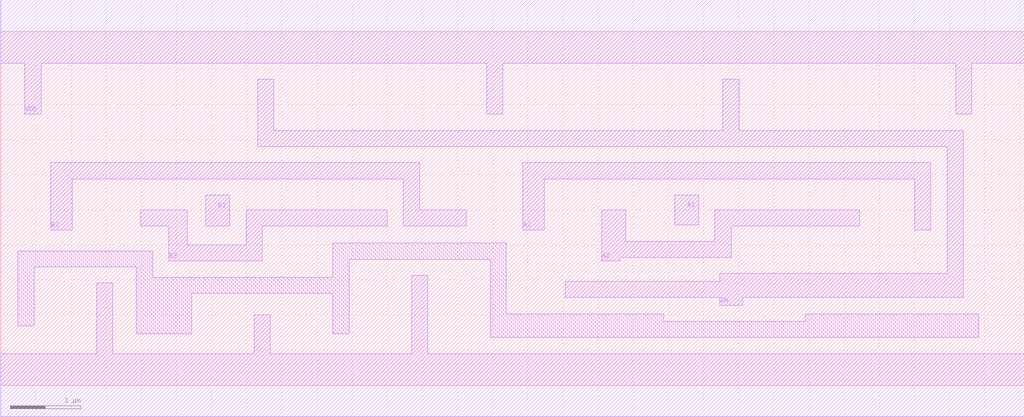
<source format=lef>
# Copyright 2022 GlobalFoundries PDK Authors
#
# Licensed under the Apache License, Version 2.0 (the "License");
# you may not use this file except in compliance with the License.
# You may obtain a copy of the License at
#
#      http://www.apache.org/licenses/LICENSE-2.0
#
# Unless required by applicable law or agreed to in writing, software
# distributed under the License is distributed on an "AS IS" BASIS,
# WITHOUT WARRANTIES OR CONDITIONS OF ANY KIND, either express or implied.
# See the License for the specific language governing permissions and
# limitations under the License.

MACRO gf180mcu_fd_sc_mcu9t5v0__oai33_2
  CLASS core ;
  FOREIGN gf180mcu_fd_sc_mcu9t5v0__oai33_2 0.0 0.0 ;
  ORIGIN 0 0 ;
  SYMMETRY X Y ;
  SITE GF018hv5v_green_sc9 ;
  SIZE 14.56 BY 5.04 ;
  PIN A1
    DIRECTION INPUT ;
    ANTENNAGATEAREA 3.414 ;
    PORT
      LAYER Metal1 ;
        POLYGON 9.59 2.28 9.93 2.28 9.93 2.71 9.59 2.71  ;
    END
  END A1
  PIN A2
    DIRECTION INPUT ;
    ANTENNAGATEAREA 3.414 ;
    PORT
      LAYER Metal1 ;
        POLYGON 8.55 1.77 8.81 1.77 8.81 1.82 10.39 1.82 10.39 2.27 12.22 2.27 12.22 2.5 10.16 2.5 10.16 2.05 8.89 2.05 8.89 2.5 8.55 2.5  ;
    END
  END A2
  PIN A3
    DIRECTION INPUT ;
    ANTENNAGATEAREA 3.414 ;
    PORT
      LAYER Metal1 ;
        POLYGON 7.43 2.215 7.735 2.215 7.735 2.94 13.005 2.94 13.005 2.215 13.235 2.215 13.235 3.17 7.43 3.17  ;
    END
  END A3
  PIN B1
    DIRECTION INPUT ;
    ANTENNAGATEAREA 3.414 ;
    PORT
      LAYER Metal1 ;
        POLYGON 2.92 2.27 3.26 2.27 3.26 2.71 2.92 2.71  ;
    END
  END B1
  PIN B2
    DIRECTION INPUT ;
    ANTENNAGATEAREA 3.414 ;
    PORT
      LAYER Metal1 ;
        POLYGON 1.99 2.27 2.39 2.27 2.39 1.77 3.72 1.77 3.72 2.27 5.5 2.27 5.5 2.5 3.49 2.5 3.49 2 2.65 2 2.65 2.5 1.99 2.5  ;
    END
  END B2
  PIN B3
    DIRECTION INPUT ;
    ANTENNAGATEAREA 3.414 ;
    PORT
      LAYER Metal1 ;
        POLYGON 0.71 2.215 1.015 2.215 1.015 2.94 5.73 2.94 5.73 2.27 6.62 2.27 6.62 2.5 5.96 2.5 5.96 3.17 0.71 3.17  ;
    END
  END B3
  PIN ZN
    DIRECTION OUTPUT ;
    ANTENNADIFFAREA 4.3284 ;
    PORT
      LAYER Metal1 ;
        POLYGON 3.655 3.4 13.465 3.4 13.465 1.59 10.23 1.59 10.23 1.48 8.03 1.48 8.03 1.25 10.23 1.25 10.23 1.14 10.555 1.14 10.555 1.25 13.695 1.25 13.695 3.63 10.505 3.63 10.505 4.36 10.275 4.36 10.275 3.63 3.885 3.63 3.885 4.36 3.655 4.36  ;
    END
  END ZN
  PIN VDD
    DIRECTION INOUT ;
    USE power ;
    SHAPE ABUTMENT ;
    PORT
      LAYER Metal1 ;
        POLYGON 0 4.59 0.345 4.59 0.345 3.86 0.575 3.86 0.575 4.59 6.915 4.59 6.915 3.86 7.145 3.86 7.145 4.59 13.585 4.59 13.585 3.86 13.815 3.86 13.815 4.59 13.915 4.59 14.56 4.59 14.56 5.49 13.915 5.49 0 5.49  ;
    END
  END VDD
  PIN VSS
    DIRECTION INOUT ;
    USE ground ;
    SHAPE ABUTMENT ;
    PORT
      LAYER Metal1 ;
        POLYGON 0 -0.45 14.56 -0.45 14.56 0.45 6.075 0.45 6.075 1.565 5.845 1.565 5.845 0.45 3.835 0.45 3.835 1 3.605 1 3.605 0.45 1.595 0.45 1.595 1.455 1.365 1.455 1.365 0.45 0 0.45  ;
    END
  END VSS
  OBS
      LAYER Metal1 ;
        POLYGON 0.245 0.845 0.475 0.845 0.475 1.685 1.93 1.685 1.93 0.73 2.715 0.73 2.715 1.31 4.725 1.31 4.725 0.73 4.955 0.73 4.955 1.795 6.965 1.795 6.965 0.68 13.915 0.68 13.915 1.02 11.445 1.02 11.445 0.91 9.435 0.91 9.435 1.02 7.195 1.02 7.195 2.025 4.725 2.025 4.725 1.54 2.16 1.54 2.16 1.915 0.245 1.915  ;
  END
END gf180mcu_fd_sc_mcu9t5v0__oai33_2

</source>
